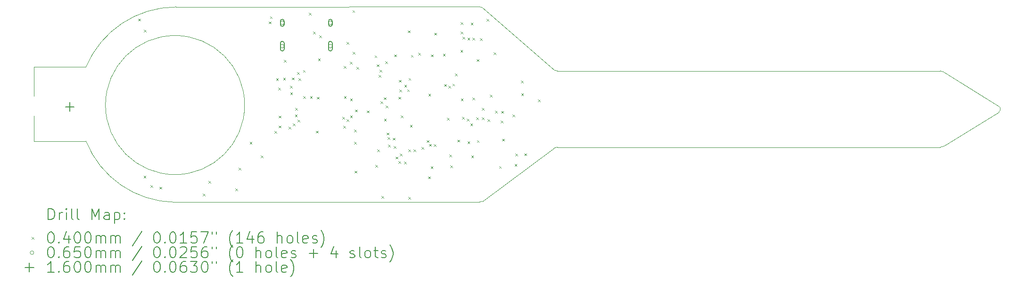
<source format=gbr>
%TF.GenerationSoftware,KiCad,Pcbnew,7.0.5*%
%TF.CreationDate,2023-06-02T10:04:05+02:00*%
%TF.ProjectId,esp32_soil_moisture_sensor,65737033-325f-4736-9f69-6c5f6d6f6973,5.3*%
%TF.SameCoordinates,Original*%
%TF.FileFunction,Drillmap*%
%TF.FilePolarity,Positive*%
%FSLAX45Y45*%
G04 Gerber Fmt 4.5, Leading zero omitted, Abs format (unit mm)*
G04 Created by KiCad (PCBNEW 7.0.5) date 2023-06-02 10:04:05*
%MOMM*%
%LPD*%
G01*
G04 APERTURE LIST*
%ADD10C,0.050000*%
%ADD11C,0.100000*%
%ADD12C,0.200000*%
%ADD13C,0.040000*%
%ADD14C,0.065000*%
%ADD15C,0.160000*%
G04 APERTURE END LIST*
D10*
X7850000Y-12059000D02*
X13325000Y-12055000D01*
X6262000Y-10962000D02*
G75*
G03*
X7850000Y-12059000I1618805J645475D01*
G01*
X13325000Y-12055001D02*
G75*
G03*
X13379000Y-12044000I2080J127821D01*
G01*
X21669710Y-9717302D02*
X22656500Y-10333000D01*
X5329000Y-10962000D02*
X5328000Y-10503000D01*
X8613000Y-8548000D02*
X7878000Y-8549000D01*
D11*
X7878000Y-8549000D02*
G75*
G03*
X6262000Y-9626000I3032J-1755424D01*
G01*
D10*
X8613000Y-8548000D02*
X13323000Y-8546000D01*
X21669711Y-9717300D02*
G75*
G03*
X21601621Y-9698000I-67311J-107710D01*
G01*
X5329000Y-9626000D02*
X6262000Y-9626000D01*
X14725982Y-11069377D02*
X21601620Y-11069600D01*
X21601621Y-11069600D02*
G75*
G03*
X21669710Y-11050298I779J127000D01*
G01*
X22656500Y-10434600D02*
G75*
G03*
X22656500Y-10333000I-38060J50800D01*
G01*
X13379000Y-12044000D02*
X14674402Y-11080323D01*
X21669710Y-11050298D02*
X22656500Y-10434600D01*
X5328000Y-10153000D02*
X5329000Y-9626000D01*
X14674403Y-9686829D02*
G75*
G03*
X14725982Y-9697777I51577J116019D01*
G01*
X14725982Y-11069377D02*
G75*
G03*
X14674402Y-11080323I8J-127033D01*
G01*
X14725982Y-9697777D02*
X21601620Y-9698000D01*
X6262000Y-10962000D02*
X5329000Y-10962000D01*
X13374580Y-8556946D02*
X14674402Y-9686831D01*
X9111000Y-10312000D02*
G75*
G03*
X9111000Y-10312000I-1250000J0D01*
G01*
X13374580Y-8556947D02*
G75*
G03*
X13323000Y-8546000I-51580J-116043D01*
G01*
D12*
D13*
X7196000Y-8760000D02*
X7236000Y-8800000D01*
X7236000Y-8760000D02*
X7196000Y-8800000D01*
X7296000Y-11583550D02*
X7336000Y-11623550D01*
X7336000Y-11583550D02*
X7296000Y-11623550D01*
X7298000Y-8959000D02*
X7338000Y-8999000D01*
X7338000Y-8959000D02*
X7298000Y-8999000D01*
X7419000Y-11750550D02*
X7459000Y-11790550D01*
X7459000Y-11750550D02*
X7419000Y-11790550D01*
X7577000Y-11781000D02*
X7617000Y-11821000D01*
X7617000Y-11781000D02*
X7577000Y-11821000D01*
X8360102Y-11906652D02*
X8400102Y-11946652D01*
X8400102Y-11906652D02*
X8360102Y-11946652D01*
X8459000Y-11674000D02*
X8499000Y-11714000D01*
X8499000Y-11674000D02*
X8459000Y-11714000D01*
X8945000Y-11812000D02*
X8985000Y-11852000D01*
X8985000Y-11812000D02*
X8945000Y-11852000D01*
X9003000Y-11436000D02*
X9043000Y-11476000D01*
X9043000Y-11436000D02*
X9003000Y-11476000D01*
X9202000Y-10974000D02*
X9242000Y-11014000D01*
X9242000Y-10974000D02*
X9202000Y-11014000D01*
X9399000Y-11216000D02*
X9439000Y-11256000D01*
X9439000Y-11216000D02*
X9399000Y-11256000D01*
X9546550Y-8810000D02*
X9586550Y-8850000D01*
X9586550Y-8810000D02*
X9546550Y-8850000D01*
X9566500Y-8717500D02*
X9606500Y-8757500D01*
X9606500Y-8717500D02*
X9566500Y-8757500D01*
X9645000Y-10779000D02*
X9685000Y-10819000D01*
X9685000Y-10779000D02*
X9645000Y-10819000D01*
X9675000Y-9830000D02*
X9715000Y-9870000D01*
X9715000Y-9830000D02*
X9675000Y-9870000D01*
X9713000Y-9998000D02*
X9753000Y-10038000D01*
X9753000Y-9998000D02*
X9713000Y-10038000D01*
X9720000Y-10504000D02*
X9760000Y-10544000D01*
X9760000Y-10504000D02*
X9720000Y-10544000D01*
X9720000Y-10681000D02*
X9760000Y-10721000D01*
X9760000Y-10681000D02*
X9720000Y-10721000D01*
X9803522Y-9819000D02*
X9843522Y-9859000D01*
X9843522Y-9819000D02*
X9803522Y-9859000D01*
X9817000Y-9500000D02*
X9857000Y-9540000D01*
X9857000Y-9500000D02*
X9817000Y-9540000D01*
X9901000Y-10700000D02*
X9941000Y-10740000D01*
X9941000Y-10700000D02*
X9901000Y-10740000D01*
X9925000Y-9963000D02*
X9965000Y-10003000D01*
X9965000Y-9963000D02*
X9925000Y-10003000D01*
X9929000Y-10084000D02*
X9969000Y-10124000D01*
X9969000Y-10084000D02*
X9929000Y-10124000D01*
X9962000Y-9817000D02*
X10002000Y-9857000D01*
X10002000Y-9817000D02*
X9962000Y-9857000D01*
X9976501Y-10640550D02*
X10016501Y-10680550D01*
X10016501Y-10640550D02*
X9976501Y-10680550D01*
X10014000Y-10482000D02*
X10054000Y-10522000D01*
X10054000Y-10482000D02*
X10014000Y-10522000D01*
X10017000Y-10365000D02*
X10057000Y-10405000D01*
X10057000Y-10365000D02*
X10017000Y-10405000D01*
X10055000Y-9717000D02*
X10095000Y-9757000D01*
X10095000Y-9717000D02*
X10055000Y-9757000D01*
X10060000Y-10575000D02*
X10100000Y-10615000D01*
X10100000Y-10575000D02*
X10060000Y-10615000D01*
X10077000Y-9829000D02*
X10117000Y-9869000D01*
X10117000Y-9829000D02*
X10077000Y-9869000D01*
X10159000Y-9681000D02*
X10199000Y-9721000D01*
X10199000Y-9681000D02*
X10159000Y-9721000D01*
X10161000Y-10153000D02*
X10201000Y-10193000D01*
X10201000Y-10153000D02*
X10161000Y-10193000D01*
X10266000Y-8653000D02*
X10306000Y-8693000D01*
X10306000Y-8653000D02*
X10266000Y-8693000D01*
X10284000Y-10153000D02*
X10324000Y-10193000D01*
X10324000Y-10153000D02*
X10284000Y-10193000D01*
X10342000Y-8992000D02*
X10382000Y-9032000D01*
X10382000Y-8992000D02*
X10342000Y-9032000D01*
X10390000Y-10773000D02*
X10430000Y-10813000D01*
X10430000Y-10773000D02*
X10390000Y-10813000D01*
X10410500Y-10164500D02*
X10450500Y-10204500D01*
X10450500Y-10164500D02*
X10410500Y-10204500D01*
X10429000Y-9477041D02*
X10469000Y-9517041D01*
X10469000Y-9477041D02*
X10429000Y-9517041D01*
X10453000Y-9059450D02*
X10493000Y-9099450D01*
X10493000Y-9059450D02*
X10453000Y-9099450D01*
X10867005Y-10521534D02*
X10907005Y-10561534D01*
X10907005Y-10521534D02*
X10867005Y-10561534D01*
X10883000Y-10685000D02*
X10923000Y-10725000D01*
X10923000Y-10685000D02*
X10883000Y-10725000D01*
X10891000Y-9611000D02*
X10931000Y-9651000D01*
X10931000Y-9611000D02*
X10891000Y-9651000D01*
X10893775Y-10150775D02*
X10933775Y-10190775D01*
X10933775Y-10150775D02*
X10893775Y-10190775D01*
X10939000Y-10565550D02*
X10979000Y-10605550D01*
X10979000Y-10565550D02*
X10939000Y-10605550D01*
X10943000Y-9177000D02*
X10983000Y-9217000D01*
X10983000Y-9177000D02*
X10943000Y-9217000D01*
X11000000Y-9535000D02*
X11040000Y-9575000D01*
X11040000Y-9535000D02*
X11000000Y-9575000D01*
X11004136Y-10498653D02*
X11044136Y-10538653D01*
X11044136Y-10498653D02*
X11004136Y-10538653D01*
X11004245Y-10195755D02*
X11044245Y-10235755D01*
X11044245Y-10195755D02*
X11004245Y-10235755D01*
X11046000Y-8606000D02*
X11086000Y-8646000D01*
X11086000Y-8606000D02*
X11046000Y-8646000D01*
X11049500Y-9357000D02*
X11089500Y-9397000D01*
X11089500Y-9357000D02*
X11049500Y-9397000D01*
X11077000Y-10752000D02*
X11117000Y-10792000D01*
X11117000Y-10752000D02*
X11077000Y-10792000D01*
X11078000Y-10970000D02*
X11118000Y-11010000D01*
X11118000Y-10970000D02*
X11078000Y-11010000D01*
X11087000Y-11494000D02*
X11127000Y-11534000D01*
X11127000Y-11494000D02*
X11087000Y-11534000D01*
X11093000Y-10393000D02*
X11133000Y-10433000D01*
X11133000Y-10393000D02*
X11093000Y-10433000D01*
X11116912Y-9629335D02*
X11156912Y-9669335D01*
X11156912Y-9629335D02*
X11116912Y-9669335D01*
X11303000Y-10409000D02*
X11343000Y-10449000D01*
X11343000Y-10409000D02*
X11303000Y-10449000D01*
X11444000Y-9420000D02*
X11484000Y-9460000D01*
X11484000Y-9420000D02*
X11444000Y-9460000D01*
X11460450Y-11389159D02*
X11500450Y-11429159D01*
X11500450Y-11389159D02*
X11460450Y-11429159D01*
X11485990Y-9580990D02*
X11525990Y-9620990D01*
X11525990Y-9580990D02*
X11485990Y-9620990D01*
X11491000Y-11108000D02*
X11531000Y-11148000D01*
X11531000Y-11108000D02*
X11491000Y-11148000D01*
X11517975Y-9769975D02*
X11557975Y-9809975D01*
X11557975Y-9769975D02*
X11517975Y-9809975D01*
X11533000Y-9675000D02*
X11573000Y-9715000D01*
X11573000Y-9675000D02*
X11533000Y-9715000D01*
X11549602Y-10242377D02*
X11589602Y-10282377D01*
X11589602Y-10242377D02*
X11549602Y-10282377D01*
X11567000Y-11945000D02*
X11607000Y-11985000D01*
X11607000Y-11945000D02*
X11567000Y-11985000D01*
X11608550Y-10172000D02*
X11648550Y-10212000D01*
X11648550Y-10172000D02*
X11608550Y-10212000D01*
X11613995Y-10560985D02*
X11653995Y-10600985D01*
X11653995Y-10560985D02*
X11613995Y-10600985D01*
X11633000Y-9523000D02*
X11673000Y-9563000D01*
X11673000Y-9523000D02*
X11633000Y-9563000D01*
X11646602Y-10321377D02*
X11686602Y-10361377D01*
X11686602Y-10321377D02*
X11646602Y-10361377D01*
X11662000Y-10807000D02*
X11702000Y-10847000D01*
X11702000Y-10807000D02*
X11662000Y-10847000D01*
X11680000Y-10887927D02*
X11720000Y-10927927D01*
X11720000Y-10887927D02*
X11680000Y-10927927D01*
X11683860Y-11022602D02*
X11723860Y-11062602D01*
X11723860Y-11022602D02*
X11683860Y-11062602D01*
X11769000Y-10902000D02*
X11809000Y-10942000D01*
X11809000Y-10902000D02*
X11769000Y-10942000D01*
X11787811Y-11049913D02*
X11827811Y-11089913D01*
X11827811Y-11049913D02*
X11787811Y-11089913D01*
X11794000Y-9402000D02*
X11834000Y-9442000D01*
X11834000Y-9402000D02*
X11794000Y-9442000D01*
X11819058Y-11239058D02*
X11859058Y-11279058D01*
X11859058Y-11239058D02*
X11819058Y-11279058D01*
X11869602Y-10163377D02*
X11909602Y-10203377D01*
X11909602Y-10163377D02*
X11869602Y-10203377D01*
X11871450Y-11319450D02*
X11911450Y-11359450D01*
X11911450Y-11319450D02*
X11871450Y-11359450D01*
X11881491Y-9860550D02*
X11921491Y-9900550D01*
X11921491Y-9860550D02*
X11881491Y-9900550D01*
X11890000Y-10034000D02*
X11930000Y-10074000D01*
X11930000Y-10034000D02*
X11890000Y-10074000D01*
X11898550Y-11185000D02*
X11938550Y-11225000D01*
X11938550Y-11185000D02*
X11898550Y-11225000D01*
X11914000Y-10498000D02*
X11954000Y-10538000D01*
X11954000Y-10498000D02*
X11914000Y-10538000D01*
X11974275Y-11326275D02*
X12014275Y-11366275D01*
X12014275Y-11326275D02*
X11974275Y-11366275D01*
X11979123Y-9946877D02*
X12019123Y-9986877D01*
X12019123Y-9946877D02*
X11979123Y-9986877D01*
X12029220Y-10029780D02*
X12069220Y-10069780D01*
X12069220Y-10029780D02*
X12029220Y-10069780D01*
X12039000Y-8970000D02*
X12079000Y-9010000D01*
X12079000Y-8970000D02*
X12039000Y-9010000D01*
X12048450Y-11108000D02*
X12088450Y-11148000D01*
X12088450Y-11108000D02*
X12048450Y-11148000D01*
X12053000Y-11966000D02*
X12093000Y-12006000D01*
X12093000Y-11966000D02*
X12053000Y-12006000D01*
X12054111Y-9826889D02*
X12094111Y-9866889D01*
X12094111Y-9826889D02*
X12054111Y-9866889D01*
X12079000Y-10666000D02*
X12119000Y-10706000D01*
X12119000Y-10666000D02*
X12079000Y-10706000D01*
X12098000Y-9412000D02*
X12138000Y-9452000D01*
X12138000Y-9412000D02*
X12098000Y-9452000D01*
X12141000Y-11106000D02*
X12181000Y-11146000D01*
X12181000Y-11106000D02*
X12141000Y-11146000D01*
X12231000Y-9373000D02*
X12271000Y-9413000D01*
X12271000Y-9373000D02*
X12231000Y-9413000D01*
X12286128Y-11064872D02*
X12326128Y-11104872D01*
X12326128Y-11064872D02*
X12286128Y-11104872D01*
X12380790Y-10942886D02*
X12420790Y-10982886D01*
X12420790Y-10942886D02*
X12380790Y-10982886D01*
X12408000Y-11595000D02*
X12448000Y-11635000D01*
X12448000Y-11595000D02*
X12408000Y-11635000D01*
X12411000Y-10107000D02*
X12451000Y-10147000D01*
X12451000Y-10107000D02*
X12411000Y-10147000D01*
X12421878Y-11011470D02*
X12461878Y-11051470D01*
X12461878Y-11011470D02*
X12421878Y-11051470D01*
X12451550Y-11410450D02*
X12491550Y-11450450D01*
X12491550Y-11410450D02*
X12451550Y-11450450D01*
X12455000Y-9403000D02*
X12495000Y-9443000D01*
X12495000Y-9403000D02*
X12455000Y-9443000D01*
X12509000Y-11017000D02*
X12549000Y-11057000D01*
X12549000Y-11017000D02*
X12509000Y-11057000D01*
X12514000Y-9013000D02*
X12554000Y-9053000D01*
X12554000Y-9013000D02*
X12514000Y-9053000D01*
X12672000Y-9391000D02*
X12712000Y-9431000D01*
X12712000Y-9391000D02*
X12672000Y-9431000D01*
X12692000Y-9936000D02*
X12732000Y-9976000D01*
X12732000Y-9936000D02*
X12692000Y-9976000D01*
X12744000Y-10539000D02*
X12784000Y-10579000D01*
X12784000Y-10539000D02*
X12744000Y-10579000D01*
X12772000Y-9967000D02*
X12812000Y-10007000D01*
X12812000Y-9967000D02*
X12772000Y-10007000D01*
X12784000Y-11200000D02*
X12824000Y-11240000D01*
X12824000Y-11200000D02*
X12784000Y-11240000D01*
X12803000Y-11394000D02*
X12843000Y-11434000D01*
X12843000Y-11394000D02*
X12803000Y-11434000D01*
X12841936Y-9928258D02*
X12881936Y-9968258D01*
X12881936Y-9928258D02*
X12841936Y-9968258D01*
X12890000Y-9743000D02*
X12930000Y-9783000D01*
X12930000Y-9743000D02*
X12890000Y-9783000D01*
X12933000Y-10934000D02*
X12973000Y-10974000D01*
X12973000Y-10934000D02*
X12933000Y-10974000D01*
X12986602Y-9322377D02*
X13026602Y-9362377D01*
X13026602Y-9322377D02*
X12986602Y-9362377D01*
X12988000Y-8991000D02*
X13028000Y-9031000D01*
X13028000Y-8991000D02*
X12988000Y-9031000D01*
X12992000Y-8825000D02*
X13032000Y-8865000D01*
X13032000Y-8825000D02*
X12992000Y-8865000D01*
X12994000Y-10192000D02*
X13034000Y-10232000D01*
X13034000Y-10192000D02*
X12994000Y-10232000D01*
X13014000Y-10526000D02*
X13054000Y-10566000D01*
X13054000Y-10526000D02*
X13014000Y-10566000D01*
X13022000Y-9083000D02*
X13062000Y-9123000D01*
X13062000Y-9083000D02*
X13022000Y-9123000D01*
X13102000Y-10557000D02*
X13142000Y-10597000D01*
X13142000Y-10557000D02*
X13102000Y-10597000D01*
X13112000Y-9100000D02*
X13152000Y-9140000D01*
X13152000Y-9100000D02*
X13112000Y-9140000D01*
X13114000Y-10964000D02*
X13154000Y-11004000D01*
X13154000Y-10964000D02*
X13114000Y-11004000D01*
X13163000Y-10644000D02*
X13203000Y-10684000D01*
X13203000Y-10644000D02*
X13163000Y-10684000D01*
X13173000Y-8833000D02*
X13213000Y-8873000D01*
X13213000Y-8833000D02*
X13173000Y-8873000D01*
X13181000Y-11216950D02*
X13221000Y-11256950D01*
X13221000Y-11216950D02*
X13181000Y-11256950D01*
X13201000Y-9100000D02*
X13241000Y-9140000D01*
X13241000Y-9100000D02*
X13201000Y-9140000D01*
X13204000Y-10175000D02*
X13244000Y-10215000D01*
X13244000Y-10175000D02*
X13204000Y-10215000D01*
X13271000Y-10530000D02*
X13311000Y-10570000D01*
X13311000Y-10530000D02*
X13271000Y-10570000D01*
X13278995Y-9486985D02*
X13318995Y-9526985D01*
X13318995Y-9486985D02*
X13278995Y-9526985D01*
X13283000Y-10944000D02*
X13323000Y-10984000D01*
X13323000Y-10944000D02*
X13283000Y-10984000D01*
X13338000Y-9111000D02*
X13378000Y-9151000D01*
X13378000Y-9111000D02*
X13338000Y-9151000D01*
X13370000Y-10535000D02*
X13410000Y-10575000D01*
X13410000Y-10535000D02*
X13370000Y-10575000D01*
X13371602Y-10363377D02*
X13411602Y-10403377D01*
X13411602Y-10363377D02*
X13371602Y-10403377D01*
X13457000Y-8765000D02*
X13497000Y-8805000D01*
X13497000Y-8765000D02*
X13457000Y-8805000D01*
X13470000Y-10569000D02*
X13510000Y-10609000D01*
X13510000Y-10569000D02*
X13470000Y-10609000D01*
X13515000Y-10128000D02*
X13555000Y-10168000D01*
X13555000Y-10128000D02*
X13515000Y-10168000D01*
X13584000Y-9364985D02*
X13624000Y-9404985D01*
X13624000Y-9364985D02*
X13584000Y-9404985D01*
X13607000Y-10415000D02*
X13647000Y-10455000D01*
X13647000Y-10415000D02*
X13607000Y-10455000D01*
X13680000Y-11410000D02*
X13720000Y-11450000D01*
X13720000Y-11410000D02*
X13680000Y-11450000D01*
X13712000Y-10589000D02*
X13752000Y-10629000D01*
X13752000Y-10589000D02*
X13712000Y-10629000D01*
X13718000Y-10419000D02*
X13758000Y-10459000D01*
X13758000Y-10419000D02*
X13718000Y-10459000D01*
X13734000Y-10919000D02*
X13774000Y-10959000D01*
X13774000Y-10919000D02*
X13734000Y-10959000D01*
X13920000Y-10482000D02*
X13960000Y-10522000D01*
X13960000Y-10482000D02*
X13920000Y-10522000D01*
X13959602Y-11372377D02*
X13999602Y-11412377D01*
X13999602Y-11372377D02*
X13959602Y-11412377D01*
X13973495Y-11186485D02*
X14013495Y-11226485D01*
X14013495Y-11186485D02*
X13973495Y-11226485D01*
X14075000Y-9870000D02*
X14115000Y-9910000D01*
X14115000Y-9870000D02*
X14075000Y-9910000D01*
X14078000Y-10100000D02*
X14118000Y-10140000D01*
X14118000Y-10100000D02*
X14078000Y-10140000D01*
X14131000Y-11180000D02*
X14171000Y-11220000D01*
X14171000Y-11180000D02*
X14131000Y-11220000D01*
X14378602Y-10211377D02*
X14418602Y-10251377D01*
X14418602Y-10211377D02*
X14378602Y-10251377D01*
D14*
X9818500Y-8834000D02*
G75*
G03*
X9818500Y-8834000I-32500J0D01*
G01*
D12*
X9818500Y-8864000D02*
X9818500Y-8804000D01*
X9818500Y-8804000D02*
G75*
G03*
X9753500Y-8804000I-32500J0D01*
G01*
X9753500Y-8804000D02*
X9753500Y-8864000D01*
X9753500Y-8864000D02*
G75*
G03*
X9818500Y-8864000I32500J0D01*
G01*
D14*
X9818500Y-9252000D02*
G75*
G03*
X9818500Y-9252000I-32500J0D01*
G01*
D12*
X9818500Y-9307000D02*
X9818500Y-9197000D01*
X9818500Y-9197000D02*
G75*
G03*
X9753500Y-9197000I-32500J0D01*
G01*
X9753500Y-9197000D02*
X9753500Y-9307000D01*
X9753500Y-9307000D02*
G75*
G03*
X9818500Y-9307000I32500J0D01*
G01*
D14*
X10682500Y-8834000D02*
G75*
G03*
X10682500Y-8834000I-32500J0D01*
G01*
D12*
X10682500Y-8864000D02*
X10682500Y-8804000D01*
X10682500Y-8804000D02*
G75*
G03*
X10617500Y-8804000I-32500J0D01*
G01*
X10617500Y-8804000D02*
X10617500Y-8864000D01*
X10617500Y-8864000D02*
G75*
G03*
X10682500Y-8864000I32500J0D01*
G01*
D14*
X10682500Y-9252000D02*
G75*
G03*
X10682500Y-9252000I-32500J0D01*
G01*
D12*
X10682500Y-9307000D02*
X10682500Y-9197000D01*
X10682500Y-9197000D02*
G75*
G03*
X10617500Y-9197000I-32500J0D01*
G01*
X10617500Y-9197000D02*
X10617500Y-9307000D01*
X10617500Y-9307000D02*
G75*
G03*
X10682500Y-9307000I32500J0D01*
G01*
D15*
X5970000Y-10262000D02*
X5970000Y-10422000D01*
X5890000Y-10342000D02*
X6050000Y-10342000D01*
D12*
X5583777Y-12372984D02*
X5583777Y-12172984D01*
X5583777Y-12172984D02*
X5631396Y-12172984D01*
X5631396Y-12172984D02*
X5659967Y-12182508D01*
X5659967Y-12182508D02*
X5679015Y-12201555D01*
X5679015Y-12201555D02*
X5688539Y-12220603D01*
X5688539Y-12220603D02*
X5698062Y-12258698D01*
X5698062Y-12258698D02*
X5698062Y-12287269D01*
X5698062Y-12287269D02*
X5688539Y-12325365D01*
X5688539Y-12325365D02*
X5679015Y-12344412D01*
X5679015Y-12344412D02*
X5659967Y-12363460D01*
X5659967Y-12363460D02*
X5631396Y-12372984D01*
X5631396Y-12372984D02*
X5583777Y-12372984D01*
X5783777Y-12372984D02*
X5783777Y-12239650D01*
X5783777Y-12277746D02*
X5793301Y-12258698D01*
X5793301Y-12258698D02*
X5802824Y-12249174D01*
X5802824Y-12249174D02*
X5821872Y-12239650D01*
X5821872Y-12239650D02*
X5840920Y-12239650D01*
X5907586Y-12372984D02*
X5907586Y-12239650D01*
X5907586Y-12172984D02*
X5898062Y-12182508D01*
X5898062Y-12182508D02*
X5907586Y-12192031D01*
X5907586Y-12192031D02*
X5917110Y-12182508D01*
X5917110Y-12182508D02*
X5907586Y-12172984D01*
X5907586Y-12172984D02*
X5907586Y-12192031D01*
X6031396Y-12372984D02*
X6012348Y-12363460D01*
X6012348Y-12363460D02*
X6002824Y-12344412D01*
X6002824Y-12344412D02*
X6002824Y-12172984D01*
X6136158Y-12372984D02*
X6117110Y-12363460D01*
X6117110Y-12363460D02*
X6107586Y-12344412D01*
X6107586Y-12344412D02*
X6107586Y-12172984D01*
X6364729Y-12372984D02*
X6364729Y-12172984D01*
X6364729Y-12172984D02*
X6431396Y-12315841D01*
X6431396Y-12315841D02*
X6498062Y-12172984D01*
X6498062Y-12172984D02*
X6498062Y-12372984D01*
X6679015Y-12372984D02*
X6679015Y-12268222D01*
X6679015Y-12268222D02*
X6669491Y-12249174D01*
X6669491Y-12249174D02*
X6650443Y-12239650D01*
X6650443Y-12239650D02*
X6612348Y-12239650D01*
X6612348Y-12239650D02*
X6593301Y-12249174D01*
X6679015Y-12363460D02*
X6659967Y-12372984D01*
X6659967Y-12372984D02*
X6612348Y-12372984D01*
X6612348Y-12372984D02*
X6593301Y-12363460D01*
X6593301Y-12363460D02*
X6583777Y-12344412D01*
X6583777Y-12344412D02*
X6583777Y-12325365D01*
X6583777Y-12325365D02*
X6593301Y-12306317D01*
X6593301Y-12306317D02*
X6612348Y-12296793D01*
X6612348Y-12296793D02*
X6659967Y-12296793D01*
X6659967Y-12296793D02*
X6679015Y-12287269D01*
X6774253Y-12239650D02*
X6774253Y-12439650D01*
X6774253Y-12249174D02*
X6793301Y-12239650D01*
X6793301Y-12239650D02*
X6831396Y-12239650D01*
X6831396Y-12239650D02*
X6850443Y-12249174D01*
X6850443Y-12249174D02*
X6859967Y-12258698D01*
X6859967Y-12258698D02*
X6869491Y-12277746D01*
X6869491Y-12277746D02*
X6869491Y-12334888D01*
X6869491Y-12334888D02*
X6859967Y-12353936D01*
X6859967Y-12353936D02*
X6850443Y-12363460D01*
X6850443Y-12363460D02*
X6831396Y-12372984D01*
X6831396Y-12372984D02*
X6793301Y-12372984D01*
X6793301Y-12372984D02*
X6774253Y-12363460D01*
X6955205Y-12353936D02*
X6964729Y-12363460D01*
X6964729Y-12363460D02*
X6955205Y-12372984D01*
X6955205Y-12372984D02*
X6945682Y-12363460D01*
X6945682Y-12363460D02*
X6955205Y-12353936D01*
X6955205Y-12353936D02*
X6955205Y-12372984D01*
X6955205Y-12249174D02*
X6964729Y-12258698D01*
X6964729Y-12258698D02*
X6955205Y-12268222D01*
X6955205Y-12268222D02*
X6945682Y-12258698D01*
X6945682Y-12258698D02*
X6955205Y-12249174D01*
X6955205Y-12249174D02*
X6955205Y-12268222D01*
D13*
X5283000Y-12681500D02*
X5323000Y-12721500D01*
X5323000Y-12681500D02*
X5283000Y-12721500D01*
D12*
X5621872Y-12592984D02*
X5640920Y-12592984D01*
X5640920Y-12592984D02*
X5659967Y-12602508D01*
X5659967Y-12602508D02*
X5669491Y-12612031D01*
X5669491Y-12612031D02*
X5679015Y-12631079D01*
X5679015Y-12631079D02*
X5688539Y-12669174D01*
X5688539Y-12669174D02*
X5688539Y-12716793D01*
X5688539Y-12716793D02*
X5679015Y-12754888D01*
X5679015Y-12754888D02*
X5669491Y-12773936D01*
X5669491Y-12773936D02*
X5659967Y-12783460D01*
X5659967Y-12783460D02*
X5640920Y-12792984D01*
X5640920Y-12792984D02*
X5621872Y-12792984D01*
X5621872Y-12792984D02*
X5602824Y-12783460D01*
X5602824Y-12783460D02*
X5593301Y-12773936D01*
X5593301Y-12773936D02*
X5583777Y-12754888D01*
X5583777Y-12754888D02*
X5574253Y-12716793D01*
X5574253Y-12716793D02*
X5574253Y-12669174D01*
X5574253Y-12669174D02*
X5583777Y-12631079D01*
X5583777Y-12631079D02*
X5593301Y-12612031D01*
X5593301Y-12612031D02*
X5602824Y-12602508D01*
X5602824Y-12602508D02*
X5621872Y-12592984D01*
X5774253Y-12773936D02*
X5783777Y-12783460D01*
X5783777Y-12783460D02*
X5774253Y-12792984D01*
X5774253Y-12792984D02*
X5764729Y-12783460D01*
X5764729Y-12783460D02*
X5774253Y-12773936D01*
X5774253Y-12773936D02*
X5774253Y-12792984D01*
X5955205Y-12659650D02*
X5955205Y-12792984D01*
X5907586Y-12583460D02*
X5859967Y-12726317D01*
X5859967Y-12726317D02*
X5983777Y-12726317D01*
X6098062Y-12592984D02*
X6117110Y-12592984D01*
X6117110Y-12592984D02*
X6136158Y-12602508D01*
X6136158Y-12602508D02*
X6145682Y-12612031D01*
X6145682Y-12612031D02*
X6155205Y-12631079D01*
X6155205Y-12631079D02*
X6164729Y-12669174D01*
X6164729Y-12669174D02*
X6164729Y-12716793D01*
X6164729Y-12716793D02*
X6155205Y-12754888D01*
X6155205Y-12754888D02*
X6145682Y-12773936D01*
X6145682Y-12773936D02*
X6136158Y-12783460D01*
X6136158Y-12783460D02*
X6117110Y-12792984D01*
X6117110Y-12792984D02*
X6098062Y-12792984D01*
X6098062Y-12792984D02*
X6079015Y-12783460D01*
X6079015Y-12783460D02*
X6069491Y-12773936D01*
X6069491Y-12773936D02*
X6059967Y-12754888D01*
X6059967Y-12754888D02*
X6050443Y-12716793D01*
X6050443Y-12716793D02*
X6050443Y-12669174D01*
X6050443Y-12669174D02*
X6059967Y-12631079D01*
X6059967Y-12631079D02*
X6069491Y-12612031D01*
X6069491Y-12612031D02*
X6079015Y-12602508D01*
X6079015Y-12602508D02*
X6098062Y-12592984D01*
X6288539Y-12592984D02*
X6307586Y-12592984D01*
X6307586Y-12592984D02*
X6326634Y-12602508D01*
X6326634Y-12602508D02*
X6336158Y-12612031D01*
X6336158Y-12612031D02*
X6345682Y-12631079D01*
X6345682Y-12631079D02*
X6355205Y-12669174D01*
X6355205Y-12669174D02*
X6355205Y-12716793D01*
X6355205Y-12716793D02*
X6345682Y-12754888D01*
X6345682Y-12754888D02*
X6336158Y-12773936D01*
X6336158Y-12773936D02*
X6326634Y-12783460D01*
X6326634Y-12783460D02*
X6307586Y-12792984D01*
X6307586Y-12792984D02*
X6288539Y-12792984D01*
X6288539Y-12792984D02*
X6269491Y-12783460D01*
X6269491Y-12783460D02*
X6259967Y-12773936D01*
X6259967Y-12773936D02*
X6250443Y-12754888D01*
X6250443Y-12754888D02*
X6240920Y-12716793D01*
X6240920Y-12716793D02*
X6240920Y-12669174D01*
X6240920Y-12669174D02*
X6250443Y-12631079D01*
X6250443Y-12631079D02*
X6259967Y-12612031D01*
X6259967Y-12612031D02*
X6269491Y-12602508D01*
X6269491Y-12602508D02*
X6288539Y-12592984D01*
X6440920Y-12792984D02*
X6440920Y-12659650D01*
X6440920Y-12678698D02*
X6450443Y-12669174D01*
X6450443Y-12669174D02*
X6469491Y-12659650D01*
X6469491Y-12659650D02*
X6498063Y-12659650D01*
X6498063Y-12659650D02*
X6517110Y-12669174D01*
X6517110Y-12669174D02*
X6526634Y-12688222D01*
X6526634Y-12688222D02*
X6526634Y-12792984D01*
X6526634Y-12688222D02*
X6536158Y-12669174D01*
X6536158Y-12669174D02*
X6555205Y-12659650D01*
X6555205Y-12659650D02*
X6583777Y-12659650D01*
X6583777Y-12659650D02*
X6602824Y-12669174D01*
X6602824Y-12669174D02*
X6612348Y-12688222D01*
X6612348Y-12688222D02*
X6612348Y-12792984D01*
X6707586Y-12792984D02*
X6707586Y-12659650D01*
X6707586Y-12678698D02*
X6717110Y-12669174D01*
X6717110Y-12669174D02*
X6736158Y-12659650D01*
X6736158Y-12659650D02*
X6764729Y-12659650D01*
X6764729Y-12659650D02*
X6783777Y-12669174D01*
X6783777Y-12669174D02*
X6793301Y-12688222D01*
X6793301Y-12688222D02*
X6793301Y-12792984D01*
X6793301Y-12688222D02*
X6802824Y-12669174D01*
X6802824Y-12669174D02*
X6821872Y-12659650D01*
X6821872Y-12659650D02*
X6850443Y-12659650D01*
X6850443Y-12659650D02*
X6869491Y-12669174D01*
X6869491Y-12669174D02*
X6879015Y-12688222D01*
X6879015Y-12688222D02*
X6879015Y-12792984D01*
X7269491Y-12583460D02*
X7098063Y-12840603D01*
X7526634Y-12592984D02*
X7545682Y-12592984D01*
X7545682Y-12592984D02*
X7564729Y-12602508D01*
X7564729Y-12602508D02*
X7574253Y-12612031D01*
X7574253Y-12612031D02*
X7583777Y-12631079D01*
X7583777Y-12631079D02*
X7593301Y-12669174D01*
X7593301Y-12669174D02*
X7593301Y-12716793D01*
X7593301Y-12716793D02*
X7583777Y-12754888D01*
X7583777Y-12754888D02*
X7574253Y-12773936D01*
X7574253Y-12773936D02*
X7564729Y-12783460D01*
X7564729Y-12783460D02*
X7545682Y-12792984D01*
X7545682Y-12792984D02*
X7526634Y-12792984D01*
X7526634Y-12792984D02*
X7507586Y-12783460D01*
X7507586Y-12783460D02*
X7498063Y-12773936D01*
X7498063Y-12773936D02*
X7488539Y-12754888D01*
X7488539Y-12754888D02*
X7479015Y-12716793D01*
X7479015Y-12716793D02*
X7479015Y-12669174D01*
X7479015Y-12669174D02*
X7488539Y-12631079D01*
X7488539Y-12631079D02*
X7498063Y-12612031D01*
X7498063Y-12612031D02*
X7507586Y-12602508D01*
X7507586Y-12602508D02*
X7526634Y-12592984D01*
X7679015Y-12773936D02*
X7688539Y-12783460D01*
X7688539Y-12783460D02*
X7679015Y-12792984D01*
X7679015Y-12792984D02*
X7669491Y-12783460D01*
X7669491Y-12783460D02*
X7679015Y-12773936D01*
X7679015Y-12773936D02*
X7679015Y-12792984D01*
X7812348Y-12592984D02*
X7831396Y-12592984D01*
X7831396Y-12592984D02*
X7850444Y-12602508D01*
X7850444Y-12602508D02*
X7859967Y-12612031D01*
X7859967Y-12612031D02*
X7869491Y-12631079D01*
X7869491Y-12631079D02*
X7879015Y-12669174D01*
X7879015Y-12669174D02*
X7879015Y-12716793D01*
X7879015Y-12716793D02*
X7869491Y-12754888D01*
X7869491Y-12754888D02*
X7859967Y-12773936D01*
X7859967Y-12773936D02*
X7850444Y-12783460D01*
X7850444Y-12783460D02*
X7831396Y-12792984D01*
X7831396Y-12792984D02*
X7812348Y-12792984D01*
X7812348Y-12792984D02*
X7793301Y-12783460D01*
X7793301Y-12783460D02*
X7783777Y-12773936D01*
X7783777Y-12773936D02*
X7774253Y-12754888D01*
X7774253Y-12754888D02*
X7764729Y-12716793D01*
X7764729Y-12716793D02*
X7764729Y-12669174D01*
X7764729Y-12669174D02*
X7774253Y-12631079D01*
X7774253Y-12631079D02*
X7783777Y-12612031D01*
X7783777Y-12612031D02*
X7793301Y-12602508D01*
X7793301Y-12602508D02*
X7812348Y-12592984D01*
X8069491Y-12792984D02*
X7955206Y-12792984D01*
X8012348Y-12792984D02*
X8012348Y-12592984D01*
X8012348Y-12592984D02*
X7993301Y-12621555D01*
X7993301Y-12621555D02*
X7974253Y-12640603D01*
X7974253Y-12640603D02*
X7955206Y-12650127D01*
X8250444Y-12592984D02*
X8155206Y-12592984D01*
X8155206Y-12592984D02*
X8145682Y-12688222D01*
X8145682Y-12688222D02*
X8155206Y-12678698D01*
X8155206Y-12678698D02*
X8174253Y-12669174D01*
X8174253Y-12669174D02*
X8221872Y-12669174D01*
X8221872Y-12669174D02*
X8240920Y-12678698D01*
X8240920Y-12678698D02*
X8250444Y-12688222D01*
X8250444Y-12688222D02*
X8259967Y-12707269D01*
X8259967Y-12707269D02*
X8259967Y-12754888D01*
X8259967Y-12754888D02*
X8250444Y-12773936D01*
X8250444Y-12773936D02*
X8240920Y-12783460D01*
X8240920Y-12783460D02*
X8221872Y-12792984D01*
X8221872Y-12792984D02*
X8174253Y-12792984D01*
X8174253Y-12792984D02*
X8155206Y-12783460D01*
X8155206Y-12783460D02*
X8145682Y-12773936D01*
X8326634Y-12592984D02*
X8459968Y-12592984D01*
X8459968Y-12592984D02*
X8374253Y-12792984D01*
X8526634Y-12592984D02*
X8526634Y-12631079D01*
X8602825Y-12592984D02*
X8602825Y-12631079D01*
X8898063Y-12869174D02*
X8888539Y-12859650D01*
X8888539Y-12859650D02*
X8869491Y-12831079D01*
X8869491Y-12831079D02*
X8859968Y-12812031D01*
X8859968Y-12812031D02*
X8850444Y-12783460D01*
X8850444Y-12783460D02*
X8840920Y-12735841D01*
X8840920Y-12735841D02*
X8840920Y-12697746D01*
X8840920Y-12697746D02*
X8850444Y-12650127D01*
X8850444Y-12650127D02*
X8859968Y-12621555D01*
X8859968Y-12621555D02*
X8869491Y-12602508D01*
X8869491Y-12602508D02*
X8888539Y-12573936D01*
X8888539Y-12573936D02*
X8898063Y-12564412D01*
X9079015Y-12792984D02*
X8964730Y-12792984D01*
X9021872Y-12792984D02*
X9021872Y-12592984D01*
X9021872Y-12592984D02*
X9002825Y-12621555D01*
X9002825Y-12621555D02*
X8983777Y-12640603D01*
X8983777Y-12640603D02*
X8964730Y-12650127D01*
X9250444Y-12659650D02*
X9250444Y-12792984D01*
X9202825Y-12583460D02*
X9155206Y-12726317D01*
X9155206Y-12726317D02*
X9279015Y-12726317D01*
X9440920Y-12592984D02*
X9402825Y-12592984D01*
X9402825Y-12592984D02*
X9383777Y-12602508D01*
X9383777Y-12602508D02*
X9374253Y-12612031D01*
X9374253Y-12612031D02*
X9355206Y-12640603D01*
X9355206Y-12640603D02*
X9345682Y-12678698D01*
X9345682Y-12678698D02*
X9345682Y-12754888D01*
X9345682Y-12754888D02*
X9355206Y-12773936D01*
X9355206Y-12773936D02*
X9364730Y-12783460D01*
X9364730Y-12783460D02*
X9383777Y-12792984D01*
X9383777Y-12792984D02*
X9421872Y-12792984D01*
X9421872Y-12792984D02*
X9440920Y-12783460D01*
X9440920Y-12783460D02*
X9450444Y-12773936D01*
X9450444Y-12773936D02*
X9459968Y-12754888D01*
X9459968Y-12754888D02*
X9459968Y-12707269D01*
X9459968Y-12707269D02*
X9450444Y-12688222D01*
X9450444Y-12688222D02*
X9440920Y-12678698D01*
X9440920Y-12678698D02*
X9421872Y-12669174D01*
X9421872Y-12669174D02*
X9383777Y-12669174D01*
X9383777Y-12669174D02*
X9364730Y-12678698D01*
X9364730Y-12678698D02*
X9355206Y-12688222D01*
X9355206Y-12688222D02*
X9345682Y-12707269D01*
X9698063Y-12792984D02*
X9698063Y-12592984D01*
X9783777Y-12792984D02*
X9783777Y-12688222D01*
X9783777Y-12688222D02*
X9774253Y-12669174D01*
X9774253Y-12669174D02*
X9755206Y-12659650D01*
X9755206Y-12659650D02*
X9726634Y-12659650D01*
X9726634Y-12659650D02*
X9707587Y-12669174D01*
X9707587Y-12669174D02*
X9698063Y-12678698D01*
X9907587Y-12792984D02*
X9888539Y-12783460D01*
X9888539Y-12783460D02*
X9879015Y-12773936D01*
X9879015Y-12773936D02*
X9869492Y-12754888D01*
X9869492Y-12754888D02*
X9869492Y-12697746D01*
X9869492Y-12697746D02*
X9879015Y-12678698D01*
X9879015Y-12678698D02*
X9888539Y-12669174D01*
X9888539Y-12669174D02*
X9907587Y-12659650D01*
X9907587Y-12659650D02*
X9936158Y-12659650D01*
X9936158Y-12659650D02*
X9955206Y-12669174D01*
X9955206Y-12669174D02*
X9964730Y-12678698D01*
X9964730Y-12678698D02*
X9974253Y-12697746D01*
X9974253Y-12697746D02*
X9974253Y-12754888D01*
X9974253Y-12754888D02*
X9964730Y-12773936D01*
X9964730Y-12773936D02*
X9955206Y-12783460D01*
X9955206Y-12783460D02*
X9936158Y-12792984D01*
X9936158Y-12792984D02*
X9907587Y-12792984D01*
X10088539Y-12792984D02*
X10069492Y-12783460D01*
X10069492Y-12783460D02*
X10059968Y-12764412D01*
X10059968Y-12764412D02*
X10059968Y-12592984D01*
X10240920Y-12783460D02*
X10221873Y-12792984D01*
X10221873Y-12792984D02*
X10183777Y-12792984D01*
X10183777Y-12792984D02*
X10164730Y-12783460D01*
X10164730Y-12783460D02*
X10155206Y-12764412D01*
X10155206Y-12764412D02*
X10155206Y-12688222D01*
X10155206Y-12688222D02*
X10164730Y-12669174D01*
X10164730Y-12669174D02*
X10183777Y-12659650D01*
X10183777Y-12659650D02*
X10221873Y-12659650D01*
X10221873Y-12659650D02*
X10240920Y-12669174D01*
X10240920Y-12669174D02*
X10250444Y-12688222D01*
X10250444Y-12688222D02*
X10250444Y-12707269D01*
X10250444Y-12707269D02*
X10155206Y-12726317D01*
X10326634Y-12783460D02*
X10345682Y-12792984D01*
X10345682Y-12792984D02*
X10383777Y-12792984D01*
X10383777Y-12792984D02*
X10402825Y-12783460D01*
X10402825Y-12783460D02*
X10412349Y-12764412D01*
X10412349Y-12764412D02*
X10412349Y-12754888D01*
X10412349Y-12754888D02*
X10402825Y-12735841D01*
X10402825Y-12735841D02*
X10383777Y-12726317D01*
X10383777Y-12726317D02*
X10355206Y-12726317D01*
X10355206Y-12726317D02*
X10336158Y-12716793D01*
X10336158Y-12716793D02*
X10326634Y-12697746D01*
X10326634Y-12697746D02*
X10326634Y-12688222D01*
X10326634Y-12688222D02*
X10336158Y-12669174D01*
X10336158Y-12669174D02*
X10355206Y-12659650D01*
X10355206Y-12659650D02*
X10383777Y-12659650D01*
X10383777Y-12659650D02*
X10402825Y-12669174D01*
X10479015Y-12869174D02*
X10488539Y-12859650D01*
X10488539Y-12859650D02*
X10507587Y-12831079D01*
X10507587Y-12831079D02*
X10517111Y-12812031D01*
X10517111Y-12812031D02*
X10526634Y-12783460D01*
X10526634Y-12783460D02*
X10536158Y-12735841D01*
X10536158Y-12735841D02*
X10536158Y-12697746D01*
X10536158Y-12697746D02*
X10526634Y-12650127D01*
X10526634Y-12650127D02*
X10517111Y-12621555D01*
X10517111Y-12621555D02*
X10507587Y-12602508D01*
X10507587Y-12602508D02*
X10488539Y-12573936D01*
X10488539Y-12573936D02*
X10479015Y-12564412D01*
D14*
X5323000Y-12965500D02*
G75*
G03*
X5323000Y-12965500I-32500J0D01*
G01*
D12*
X5621872Y-12856984D02*
X5640920Y-12856984D01*
X5640920Y-12856984D02*
X5659967Y-12866508D01*
X5659967Y-12866508D02*
X5669491Y-12876031D01*
X5669491Y-12876031D02*
X5679015Y-12895079D01*
X5679015Y-12895079D02*
X5688539Y-12933174D01*
X5688539Y-12933174D02*
X5688539Y-12980793D01*
X5688539Y-12980793D02*
X5679015Y-13018888D01*
X5679015Y-13018888D02*
X5669491Y-13037936D01*
X5669491Y-13037936D02*
X5659967Y-13047460D01*
X5659967Y-13047460D02*
X5640920Y-13056984D01*
X5640920Y-13056984D02*
X5621872Y-13056984D01*
X5621872Y-13056984D02*
X5602824Y-13047460D01*
X5602824Y-13047460D02*
X5593301Y-13037936D01*
X5593301Y-13037936D02*
X5583777Y-13018888D01*
X5583777Y-13018888D02*
X5574253Y-12980793D01*
X5574253Y-12980793D02*
X5574253Y-12933174D01*
X5574253Y-12933174D02*
X5583777Y-12895079D01*
X5583777Y-12895079D02*
X5593301Y-12876031D01*
X5593301Y-12876031D02*
X5602824Y-12866508D01*
X5602824Y-12866508D02*
X5621872Y-12856984D01*
X5774253Y-13037936D02*
X5783777Y-13047460D01*
X5783777Y-13047460D02*
X5774253Y-13056984D01*
X5774253Y-13056984D02*
X5764729Y-13047460D01*
X5764729Y-13047460D02*
X5774253Y-13037936D01*
X5774253Y-13037936D02*
X5774253Y-13056984D01*
X5955205Y-12856984D02*
X5917110Y-12856984D01*
X5917110Y-12856984D02*
X5898062Y-12866508D01*
X5898062Y-12866508D02*
X5888539Y-12876031D01*
X5888539Y-12876031D02*
X5869491Y-12904603D01*
X5869491Y-12904603D02*
X5859967Y-12942698D01*
X5859967Y-12942698D02*
X5859967Y-13018888D01*
X5859967Y-13018888D02*
X5869491Y-13037936D01*
X5869491Y-13037936D02*
X5879015Y-13047460D01*
X5879015Y-13047460D02*
X5898062Y-13056984D01*
X5898062Y-13056984D02*
X5936158Y-13056984D01*
X5936158Y-13056984D02*
X5955205Y-13047460D01*
X5955205Y-13047460D02*
X5964729Y-13037936D01*
X5964729Y-13037936D02*
X5974253Y-13018888D01*
X5974253Y-13018888D02*
X5974253Y-12971269D01*
X5974253Y-12971269D02*
X5964729Y-12952222D01*
X5964729Y-12952222D02*
X5955205Y-12942698D01*
X5955205Y-12942698D02*
X5936158Y-12933174D01*
X5936158Y-12933174D02*
X5898062Y-12933174D01*
X5898062Y-12933174D02*
X5879015Y-12942698D01*
X5879015Y-12942698D02*
X5869491Y-12952222D01*
X5869491Y-12952222D02*
X5859967Y-12971269D01*
X6155205Y-12856984D02*
X6059967Y-12856984D01*
X6059967Y-12856984D02*
X6050443Y-12952222D01*
X6050443Y-12952222D02*
X6059967Y-12942698D01*
X6059967Y-12942698D02*
X6079015Y-12933174D01*
X6079015Y-12933174D02*
X6126634Y-12933174D01*
X6126634Y-12933174D02*
X6145682Y-12942698D01*
X6145682Y-12942698D02*
X6155205Y-12952222D01*
X6155205Y-12952222D02*
X6164729Y-12971269D01*
X6164729Y-12971269D02*
X6164729Y-13018888D01*
X6164729Y-13018888D02*
X6155205Y-13037936D01*
X6155205Y-13037936D02*
X6145682Y-13047460D01*
X6145682Y-13047460D02*
X6126634Y-13056984D01*
X6126634Y-13056984D02*
X6079015Y-13056984D01*
X6079015Y-13056984D02*
X6059967Y-13047460D01*
X6059967Y-13047460D02*
X6050443Y-13037936D01*
X6288539Y-12856984D02*
X6307586Y-12856984D01*
X6307586Y-12856984D02*
X6326634Y-12866508D01*
X6326634Y-12866508D02*
X6336158Y-12876031D01*
X6336158Y-12876031D02*
X6345682Y-12895079D01*
X6345682Y-12895079D02*
X6355205Y-12933174D01*
X6355205Y-12933174D02*
X6355205Y-12980793D01*
X6355205Y-12980793D02*
X6345682Y-13018888D01*
X6345682Y-13018888D02*
X6336158Y-13037936D01*
X6336158Y-13037936D02*
X6326634Y-13047460D01*
X6326634Y-13047460D02*
X6307586Y-13056984D01*
X6307586Y-13056984D02*
X6288539Y-13056984D01*
X6288539Y-13056984D02*
X6269491Y-13047460D01*
X6269491Y-13047460D02*
X6259967Y-13037936D01*
X6259967Y-13037936D02*
X6250443Y-13018888D01*
X6250443Y-13018888D02*
X6240920Y-12980793D01*
X6240920Y-12980793D02*
X6240920Y-12933174D01*
X6240920Y-12933174D02*
X6250443Y-12895079D01*
X6250443Y-12895079D02*
X6259967Y-12876031D01*
X6259967Y-12876031D02*
X6269491Y-12866508D01*
X6269491Y-12866508D02*
X6288539Y-12856984D01*
X6440920Y-13056984D02*
X6440920Y-12923650D01*
X6440920Y-12942698D02*
X6450443Y-12933174D01*
X6450443Y-12933174D02*
X6469491Y-12923650D01*
X6469491Y-12923650D02*
X6498063Y-12923650D01*
X6498063Y-12923650D02*
X6517110Y-12933174D01*
X6517110Y-12933174D02*
X6526634Y-12952222D01*
X6526634Y-12952222D02*
X6526634Y-13056984D01*
X6526634Y-12952222D02*
X6536158Y-12933174D01*
X6536158Y-12933174D02*
X6555205Y-12923650D01*
X6555205Y-12923650D02*
X6583777Y-12923650D01*
X6583777Y-12923650D02*
X6602824Y-12933174D01*
X6602824Y-12933174D02*
X6612348Y-12952222D01*
X6612348Y-12952222D02*
X6612348Y-13056984D01*
X6707586Y-13056984D02*
X6707586Y-12923650D01*
X6707586Y-12942698D02*
X6717110Y-12933174D01*
X6717110Y-12933174D02*
X6736158Y-12923650D01*
X6736158Y-12923650D02*
X6764729Y-12923650D01*
X6764729Y-12923650D02*
X6783777Y-12933174D01*
X6783777Y-12933174D02*
X6793301Y-12952222D01*
X6793301Y-12952222D02*
X6793301Y-13056984D01*
X6793301Y-12952222D02*
X6802824Y-12933174D01*
X6802824Y-12933174D02*
X6821872Y-12923650D01*
X6821872Y-12923650D02*
X6850443Y-12923650D01*
X6850443Y-12923650D02*
X6869491Y-12933174D01*
X6869491Y-12933174D02*
X6879015Y-12952222D01*
X6879015Y-12952222D02*
X6879015Y-13056984D01*
X7269491Y-12847460D02*
X7098063Y-13104603D01*
X7526634Y-12856984D02*
X7545682Y-12856984D01*
X7545682Y-12856984D02*
X7564729Y-12866508D01*
X7564729Y-12866508D02*
X7574253Y-12876031D01*
X7574253Y-12876031D02*
X7583777Y-12895079D01*
X7583777Y-12895079D02*
X7593301Y-12933174D01*
X7593301Y-12933174D02*
X7593301Y-12980793D01*
X7593301Y-12980793D02*
X7583777Y-13018888D01*
X7583777Y-13018888D02*
X7574253Y-13037936D01*
X7574253Y-13037936D02*
X7564729Y-13047460D01*
X7564729Y-13047460D02*
X7545682Y-13056984D01*
X7545682Y-13056984D02*
X7526634Y-13056984D01*
X7526634Y-13056984D02*
X7507586Y-13047460D01*
X7507586Y-13047460D02*
X7498063Y-13037936D01*
X7498063Y-13037936D02*
X7488539Y-13018888D01*
X7488539Y-13018888D02*
X7479015Y-12980793D01*
X7479015Y-12980793D02*
X7479015Y-12933174D01*
X7479015Y-12933174D02*
X7488539Y-12895079D01*
X7488539Y-12895079D02*
X7498063Y-12876031D01*
X7498063Y-12876031D02*
X7507586Y-12866508D01*
X7507586Y-12866508D02*
X7526634Y-12856984D01*
X7679015Y-13037936D02*
X7688539Y-13047460D01*
X7688539Y-13047460D02*
X7679015Y-13056984D01*
X7679015Y-13056984D02*
X7669491Y-13047460D01*
X7669491Y-13047460D02*
X7679015Y-13037936D01*
X7679015Y-13037936D02*
X7679015Y-13056984D01*
X7812348Y-12856984D02*
X7831396Y-12856984D01*
X7831396Y-12856984D02*
X7850444Y-12866508D01*
X7850444Y-12866508D02*
X7859967Y-12876031D01*
X7859967Y-12876031D02*
X7869491Y-12895079D01*
X7869491Y-12895079D02*
X7879015Y-12933174D01*
X7879015Y-12933174D02*
X7879015Y-12980793D01*
X7879015Y-12980793D02*
X7869491Y-13018888D01*
X7869491Y-13018888D02*
X7859967Y-13037936D01*
X7859967Y-13037936D02*
X7850444Y-13047460D01*
X7850444Y-13047460D02*
X7831396Y-13056984D01*
X7831396Y-13056984D02*
X7812348Y-13056984D01*
X7812348Y-13056984D02*
X7793301Y-13047460D01*
X7793301Y-13047460D02*
X7783777Y-13037936D01*
X7783777Y-13037936D02*
X7774253Y-13018888D01*
X7774253Y-13018888D02*
X7764729Y-12980793D01*
X7764729Y-12980793D02*
X7764729Y-12933174D01*
X7764729Y-12933174D02*
X7774253Y-12895079D01*
X7774253Y-12895079D02*
X7783777Y-12876031D01*
X7783777Y-12876031D02*
X7793301Y-12866508D01*
X7793301Y-12866508D02*
X7812348Y-12856984D01*
X7955206Y-12876031D02*
X7964729Y-12866508D01*
X7964729Y-12866508D02*
X7983777Y-12856984D01*
X7983777Y-12856984D02*
X8031396Y-12856984D01*
X8031396Y-12856984D02*
X8050444Y-12866508D01*
X8050444Y-12866508D02*
X8059967Y-12876031D01*
X8059967Y-12876031D02*
X8069491Y-12895079D01*
X8069491Y-12895079D02*
X8069491Y-12914127D01*
X8069491Y-12914127D02*
X8059967Y-12942698D01*
X8059967Y-12942698D02*
X7945682Y-13056984D01*
X7945682Y-13056984D02*
X8069491Y-13056984D01*
X8250444Y-12856984D02*
X8155206Y-12856984D01*
X8155206Y-12856984D02*
X8145682Y-12952222D01*
X8145682Y-12952222D02*
X8155206Y-12942698D01*
X8155206Y-12942698D02*
X8174253Y-12933174D01*
X8174253Y-12933174D02*
X8221872Y-12933174D01*
X8221872Y-12933174D02*
X8240920Y-12942698D01*
X8240920Y-12942698D02*
X8250444Y-12952222D01*
X8250444Y-12952222D02*
X8259967Y-12971269D01*
X8259967Y-12971269D02*
X8259967Y-13018888D01*
X8259967Y-13018888D02*
X8250444Y-13037936D01*
X8250444Y-13037936D02*
X8240920Y-13047460D01*
X8240920Y-13047460D02*
X8221872Y-13056984D01*
X8221872Y-13056984D02*
X8174253Y-13056984D01*
X8174253Y-13056984D02*
X8155206Y-13047460D01*
X8155206Y-13047460D02*
X8145682Y-13037936D01*
X8431396Y-12856984D02*
X8393301Y-12856984D01*
X8393301Y-12856984D02*
X8374253Y-12866508D01*
X8374253Y-12866508D02*
X8364729Y-12876031D01*
X8364729Y-12876031D02*
X8345682Y-12904603D01*
X8345682Y-12904603D02*
X8336158Y-12942698D01*
X8336158Y-12942698D02*
X8336158Y-13018888D01*
X8336158Y-13018888D02*
X8345682Y-13037936D01*
X8345682Y-13037936D02*
X8355206Y-13047460D01*
X8355206Y-13047460D02*
X8374253Y-13056984D01*
X8374253Y-13056984D02*
X8412349Y-13056984D01*
X8412349Y-13056984D02*
X8431396Y-13047460D01*
X8431396Y-13047460D02*
X8440920Y-13037936D01*
X8440920Y-13037936D02*
X8450444Y-13018888D01*
X8450444Y-13018888D02*
X8450444Y-12971269D01*
X8450444Y-12971269D02*
X8440920Y-12952222D01*
X8440920Y-12952222D02*
X8431396Y-12942698D01*
X8431396Y-12942698D02*
X8412349Y-12933174D01*
X8412349Y-12933174D02*
X8374253Y-12933174D01*
X8374253Y-12933174D02*
X8355206Y-12942698D01*
X8355206Y-12942698D02*
X8345682Y-12952222D01*
X8345682Y-12952222D02*
X8336158Y-12971269D01*
X8526634Y-12856984D02*
X8526634Y-12895079D01*
X8602825Y-12856984D02*
X8602825Y-12895079D01*
X8898063Y-13133174D02*
X8888539Y-13123650D01*
X8888539Y-13123650D02*
X8869491Y-13095079D01*
X8869491Y-13095079D02*
X8859968Y-13076031D01*
X8859968Y-13076031D02*
X8850444Y-13047460D01*
X8850444Y-13047460D02*
X8840920Y-12999841D01*
X8840920Y-12999841D02*
X8840920Y-12961746D01*
X8840920Y-12961746D02*
X8850444Y-12914127D01*
X8850444Y-12914127D02*
X8859968Y-12885555D01*
X8859968Y-12885555D02*
X8869491Y-12866508D01*
X8869491Y-12866508D02*
X8888539Y-12837936D01*
X8888539Y-12837936D02*
X8898063Y-12828412D01*
X9012349Y-12856984D02*
X9031396Y-12856984D01*
X9031396Y-12856984D02*
X9050444Y-12866508D01*
X9050444Y-12866508D02*
X9059968Y-12876031D01*
X9059968Y-12876031D02*
X9069491Y-12895079D01*
X9069491Y-12895079D02*
X9079015Y-12933174D01*
X9079015Y-12933174D02*
X9079015Y-12980793D01*
X9079015Y-12980793D02*
X9069491Y-13018888D01*
X9069491Y-13018888D02*
X9059968Y-13037936D01*
X9059968Y-13037936D02*
X9050444Y-13047460D01*
X9050444Y-13047460D02*
X9031396Y-13056984D01*
X9031396Y-13056984D02*
X9012349Y-13056984D01*
X9012349Y-13056984D02*
X8993301Y-13047460D01*
X8993301Y-13047460D02*
X8983777Y-13037936D01*
X8983777Y-13037936D02*
X8974253Y-13018888D01*
X8974253Y-13018888D02*
X8964730Y-12980793D01*
X8964730Y-12980793D02*
X8964730Y-12933174D01*
X8964730Y-12933174D02*
X8974253Y-12895079D01*
X8974253Y-12895079D02*
X8983777Y-12876031D01*
X8983777Y-12876031D02*
X8993301Y-12866508D01*
X8993301Y-12866508D02*
X9012349Y-12856984D01*
X9317111Y-13056984D02*
X9317111Y-12856984D01*
X9402825Y-13056984D02*
X9402825Y-12952222D01*
X9402825Y-12952222D02*
X9393301Y-12933174D01*
X9393301Y-12933174D02*
X9374253Y-12923650D01*
X9374253Y-12923650D02*
X9345682Y-12923650D01*
X9345682Y-12923650D02*
X9326634Y-12933174D01*
X9326634Y-12933174D02*
X9317111Y-12942698D01*
X9526634Y-13056984D02*
X9507587Y-13047460D01*
X9507587Y-13047460D02*
X9498063Y-13037936D01*
X9498063Y-13037936D02*
X9488539Y-13018888D01*
X9488539Y-13018888D02*
X9488539Y-12961746D01*
X9488539Y-12961746D02*
X9498063Y-12942698D01*
X9498063Y-12942698D02*
X9507587Y-12933174D01*
X9507587Y-12933174D02*
X9526634Y-12923650D01*
X9526634Y-12923650D02*
X9555206Y-12923650D01*
X9555206Y-12923650D02*
X9574253Y-12933174D01*
X9574253Y-12933174D02*
X9583777Y-12942698D01*
X9583777Y-12942698D02*
X9593301Y-12961746D01*
X9593301Y-12961746D02*
X9593301Y-13018888D01*
X9593301Y-13018888D02*
X9583777Y-13037936D01*
X9583777Y-13037936D02*
X9574253Y-13047460D01*
X9574253Y-13047460D02*
X9555206Y-13056984D01*
X9555206Y-13056984D02*
X9526634Y-13056984D01*
X9707587Y-13056984D02*
X9688539Y-13047460D01*
X9688539Y-13047460D02*
X9679015Y-13028412D01*
X9679015Y-13028412D02*
X9679015Y-12856984D01*
X9859968Y-13047460D02*
X9840920Y-13056984D01*
X9840920Y-13056984D02*
X9802825Y-13056984D01*
X9802825Y-13056984D02*
X9783777Y-13047460D01*
X9783777Y-13047460D02*
X9774253Y-13028412D01*
X9774253Y-13028412D02*
X9774253Y-12952222D01*
X9774253Y-12952222D02*
X9783777Y-12933174D01*
X9783777Y-12933174D02*
X9802825Y-12923650D01*
X9802825Y-12923650D02*
X9840920Y-12923650D01*
X9840920Y-12923650D02*
X9859968Y-12933174D01*
X9859968Y-12933174D02*
X9869492Y-12952222D01*
X9869492Y-12952222D02*
X9869492Y-12971269D01*
X9869492Y-12971269D02*
X9774253Y-12990317D01*
X9945682Y-13047460D02*
X9964730Y-13056984D01*
X9964730Y-13056984D02*
X10002825Y-13056984D01*
X10002825Y-13056984D02*
X10021873Y-13047460D01*
X10021873Y-13047460D02*
X10031396Y-13028412D01*
X10031396Y-13028412D02*
X10031396Y-13018888D01*
X10031396Y-13018888D02*
X10021873Y-12999841D01*
X10021873Y-12999841D02*
X10002825Y-12990317D01*
X10002825Y-12990317D02*
X9974253Y-12990317D01*
X9974253Y-12990317D02*
X9955206Y-12980793D01*
X9955206Y-12980793D02*
X9945682Y-12961746D01*
X9945682Y-12961746D02*
X9945682Y-12952222D01*
X9945682Y-12952222D02*
X9955206Y-12933174D01*
X9955206Y-12933174D02*
X9974253Y-12923650D01*
X9974253Y-12923650D02*
X10002825Y-12923650D01*
X10002825Y-12923650D02*
X10021873Y-12933174D01*
X10269492Y-12980793D02*
X10421873Y-12980793D01*
X10345682Y-13056984D02*
X10345682Y-12904603D01*
X10755206Y-12923650D02*
X10755206Y-13056984D01*
X10707587Y-12847460D02*
X10659968Y-12990317D01*
X10659968Y-12990317D02*
X10783777Y-12990317D01*
X11002825Y-13047460D02*
X11021873Y-13056984D01*
X11021873Y-13056984D02*
X11059968Y-13056984D01*
X11059968Y-13056984D02*
X11079016Y-13047460D01*
X11079016Y-13047460D02*
X11088539Y-13028412D01*
X11088539Y-13028412D02*
X11088539Y-13018888D01*
X11088539Y-13018888D02*
X11079016Y-12999841D01*
X11079016Y-12999841D02*
X11059968Y-12990317D01*
X11059968Y-12990317D02*
X11031396Y-12990317D01*
X11031396Y-12990317D02*
X11012349Y-12980793D01*
X11012349Y-12980793D02*
X11002825Y-12961746D01*
X11002825Y-12961746D02*
X11002825Y-12952222D01*
X11002825Y-12952222D02*
X11012349Y-12933174D01*
X11012349Y-12933174D02*
X11031396Y-12923650D01*
X11031396Y-12923650D02*
X11059968Y-12923650D01*
X11059968Y-12923650D02*
X11079016Y-12933174D01*
X11202825Y-13056984D02*
X11183777Y-13047460D01*
X11183777Y-13047460D02*
X11174254Y-13028412D01*
X11174254Y-13028412D02*
X11174254Y-12856984D01*
X11307587Y-13056984D02*
X11288539Y-13047460D01*
X11288539Y-13047460D02*
X11279015Y-13037936D01*
X11279015Y-13037936D02*
X11269492Y-13018888D01*
X11269492Y-13018888D02*
X11269492Y-12961746D01*
X11269492Y-12961746D02*
X11279015Y-12942698D01*
X11279015Y-12942698D02*
X11288539Y-12933174D01*
X11288539Y-12933174D02*
X11307587Y-12923650D01*
X11307587Y-12923650D02*
X11336158Y-12923650D01*
X11336158Y-12923650D02*
X11355206Y-12933174D01*
X11355206Y-12933174D02*
X11364730Y-12942698D01*
X11364730Y-12942698D02*
X11374254Y-12961746D01*
X11374254Y-12961746D02*
X11374254Y-13018888D01*
X11374254Y-13018888D02*
X11364730Y-13037936D01*
X11364730Y-13037936D02*
X11355206Y-13047460D01*
X11355206Y-13047460D02*
X11336158Y-13056984D01*
X11336158Y-13056984D02*
X11307587Y-13056984D01*
X11431396Y-12923650D02*
X11507587Y-12923650D01*
X11459968Y-12856984D02*
X11459968Y-13028412D01*
X11459968Y-13028412D02*
X11469492Y-13047460D01*
X11469492Y-13047460D02*
X11488539Y-13056984D01*
X11488539Y-13056984D02*
X11507587Y-13056984D01*
X11564730Y-13047460D02*
X11583777Y-13056984D01*
X11583777Y-13056984D02*
X11621873Y-13056984D01*
X11621873Y-13056984D02*
X11640920Y-13047460D01*
X11640920Y-13047460D02*
X11650444Y-13028412D01*
X11650444Y-13028412D02*
X11650444Y-13018888D01*
X11650444Y-13018888D02*
X11640920Y-12999841D01*
X11640920Y-12999841D02*
X11621873Y-12990317D01*
X11621873Y-12990317D02*
X11593301Y-12990317D01*
X11593301Y-12990317D02*
X11574254Y-12980793D01*
X11574254Y-12980793D02*
X11564730Y-12961746D01*
X11564730Y-12961746D02*
X11564730Y-12952222D01*
X11564730Y-12952222D02*
X11574254Y-12933174D01*
X11574254Y-12933174D02*
X11593301Y-12923650D01*
X11593301Y-12923650D02*
X11621873Y-12923650D01*
X11621873Y-12923650D02*
X11640920Y-12933174D01*
X11717111Y-13133174D02*
X11726635Y-13123650D01*
X11726635Y-13123650D02*
X11745682Y-13095079D01*
X11745682Y-13095079D02*
X11755206Y-13076031D01*
X11755206Y-13076031D02*
X11764730Y-13047460D01*
X11764730Y-13047460D02*
X11774254Y-12999841D01*
X11774254Y-12999841D02*
X11774254Y-12961746D01*
X11774254Y-12961746D02*
X11764730Y-12914127D01*
X11764730Y-12914127D02*
X11755206Y-12885555D01*
X11755206Y-12885555D02*
X11745682Y-12866508D01*
X11745682Y-12866508D02*
X11726635Y-12837936D01*
X11726635Y-12837936D02*
X11717111Y-12828412D01*
D15*
X5243000Y-13149500D02*
X5243000Y-13309500D01*
X5163000Y-13229500D02*
X5323000Y-13229500D01*
D12*
X5688539Y-13320984D02*
X5574253Y-13320984D01*
X5631396Y-13320984D02*
X5631396Y-13120984D01*
X5631396Y-13120984D02*
X5612348Y-13149555D01*
X5612348Y-13149555D02*
X5593301Y-13168603D01*
X5593301Y-13168603D02*
X5574253Y-13178127D01*
X5774253Y-13301936D02*
X5783777Y-13311460D01*
X5783777Y-13311460D02*
X5774253Y-13320984D01*
X5774253Y-13320984D02*
X5764729Y-13311460D01*
X5764729Y-13311460D02*
X5774253Y-13301936D01*
X5774253Y-13301936D02*
X5774253Y-13320984D01*
X5955205Y-13120984D02*
X5917110Y-13120984D01*
X5917110Y-13120984D02*
X5898062Y-13130508D01*
X5898062Y-13130508D02*
X5888539Y-13140031D01*
X5888539Y-13140031D02*
X5869491Y-13168603D01*
X5869491Y-13168603D02*
X5859967Y-13206698D01*
X5859967Y-13206698D02*
X5859967Y-13282888D01*
X5859967Y-13282888D02*
X5869491Y-13301936D01*
X5869491Y-13301936D02*
X5879015Y-13311460D01*
X5879015Y-13311460D02*
X5898062Y-13320984D01*
X5898062Y-13320984D02*
X5936158Y-13320984D01*
X5936158Y-13320984D02*
X5955205Y-13311460D01*
X5955205Y-13311460D02*
X5964729Y-13301936D01*
X5964729Y-13301936D02*
X5974253Y-13282888D01*
X5974253Y-13282888D02*
X5974253Y-13235269D01*
X5974253Y-13235269D02*
X5964729Y-13216222D01*
X5964729Y-13216222D02*
X5955205Y-13206698D01*
X5955205Y-13206698D02*
X5936158Y-13197174D01*
X5936158Y-13197174D02*
X5898062Y-13197174D01*
X5898062Y-13197174D02*
X5879015Y-13206698D01*
X5879015Y-13206698D02*
X5869491Y-13216222D01*
X5869491Y-13216222D02*
X5859967Y-13235269D01*
X6098062Y-13120984D02*
X6117110Y-13120984D01*
X6117110Y-13120984D02*
X6136158Y-13130508D01*
X6136158Y-13130508D02*
X6145682Y-13140031D01*
X6145682Y-13140031D02*
X6155205Y-13159079D01*
X6155205Y-13159079D02*
X6164729Y-13197174D01*
X6164729Y-13197174D02*
X6164729Y-13244793D01*
X6164729Y-13244793D02*
X6155205Y-13282888D01*
X6155205Y-13282888D02*
X6145682Y-13301936D01*
X6145682Y-13301936D02*
X6136158Y-13311460D01*
X6136158Y-13311460D02*
X6117110Y-13320984D01*
X6117110Y-13320984D02*
X6098062Y-13320984D01*
X6098062Y-13320984D02*
X6079015Y-13311460D01*
X6079015Y-13311460D02*
X6069491Y-13301936D01*
X6069491Y-13301936D02*
X6059967Y-13282888D01*
X6059967Y-13282888D02*
X6050443Y-13244793D01*
X6050443Y-13244793D02*
X6050443Y-13197174D01*
X6050443Y-13197174D02*
X6059967Y-13159079D01*
X6059967Y-13159079D02*
X6069491Y-13140031D01*
X6069491Y-13140031D02*
X6079015Y-13130508D01*
X6079015Y-13130508D02*
X6098062Y-13120984D01*
X6288539Y-13120984D02*
X6307586Y-13120984D01*
X6307586Y-13120984D02*
X6326634Y-13130508D01*
X6326634Y-13130508D02*
X6336158Y-13140031D01*
X6336158Y-13140031D02*
X6345682Y-13159079D01*
X6345682Y-13159079D02*
X6355205Y-13197174D01*
X6355205Y-13197174D02*
X6355205Y-13244793D01*
X6355205Y-13244793D02*
X6345682Y-13282888D01*
X6345682Y-13282888D02*
X6336158Y-13301936D01*
X6336158Y-13301936D02*
X6326634Y-13311460D01*
X6326634Y-13311460D02*
X6307586Y-13320984D01*
X6307586Y-13320984D02*
X6288539Y-13320984D01*
X6288539Y-13320984D02*
X6269491Y-13311460D01*
X6269491Y-13311460D02*
X6259967Y-13301936D01*
X6259967Y-13301936D02*
X6250443Y-13282888D01*
X6250443Y-13282888D02*
X6240920Y-13244793D01*
X6240920Y-13244793D02*
X6240920Y-13197174D01*
X6240920Y-13197174D02*
X6250443Y-13159079D01*
X6250443Y-13159079D02*
X6259967Y-13140031D01*
X6259967Y-13140031D02*
X6269491Y-13130508D01*
X6269491Y-13130508D02*
X6288539Y-13120984D01*
X6440920Y-13320984D02*
X6440920Y-13187650D01*
X6440920Y-13206698D02*
X6450443Y-13197174D01*
X6450443Y-13197174D02*
X6469491Y-13187650D01*
X6469491Y-13187650D02*
X6498063Y-13187650D01*
X6498063Y-13187650D02*
X6517110Y-13197174D01*
X6517110Y-13197174D02*
X6526634Y-13216222D01*
X6526634Y-13216222D02*
X6526634Y-13320984D01*
X6526634Y-13216222D02*
X6536158Y-13197174D01*
X6536158Y-13197174D02*
X6555205Y-13187650D01*
X6555205Y-13187650D02*
X6583777Y-13187650D01*
X6583777Y-13187650D02*
X6602824Y-13197174D01*
X6602824Y-13197174D02*
X6612348Y-13216222D01*
X6612348Y-13216222D02*
X6612348Y-13320984D01*
X6707586Y-13320984D02*
X6707586Y-13187650D01*
X6707586Y-13206698D02*
X6717110Y-13197174D01*
X6717110Y-13197174D02*
X6736158Y-13187650D01*
X6736158Y-13187650D02*
X6764729Y-13187650D01*
X6764729Y-13187650D02*
X6783777Y-13197174D01*
X6783777Y-13197174D02*
X6793301Y-13216222D01*
X6793301Y-13216222D02*
X6793301Y-13320984D01*
X6793301Y-13216222D02*
X6802824Y-13197174D01*
X6802824Y-13197174D02*
X6821872Y-13187650D01*
X6821872Y-13187650D02*
X6850443Y-13187650D01*
X6850443Y-13187650D02*
X6869491Y-13197174D01*
X6869491Y-13197174D02*
X6879015Y-13216222D01*
X6879015Y-13216222D02*
X6879015Y-13320984D01*
X7269491Y-13111460D02*
X7098063Y-13368603D01*
X7526634Y-13120984D02*
X7545682Y-13120984D01*
X7545682Y-13120984D02*
X7564729Y-13130508D01*
X7564729Y-13130508D02*
X7574253Y-13140031D01*
X7574253Y-13140031D02*
X7583777Y-13159079D01*
X7583777Y-13159079D02*
X7593301Y-13197174D01*
X7593301Y-13197174D02*
X7593301Y-13244793D01*
X7593301Y-13244793D02*
X7583777Y-13282888D01*
X7583777Y-13282888D02*
X7574253Y-13301936D01*
X7574253Y-13301936D02*
X7564729Y-13311460D01*
X7564729Y-13311460D02*
X7545682Y-13320984D01*
X7545682Y-13320984D02*
X7526634Y-13320984D01*
X7526634Y-13320984D02*
X7507586Y-13311460D01*
X7507586Y-13311460D02*
X7498063Y-13301936D01*
X7498063Y-13301936D02*
X7488539Y-13282888D01*
X7488539Y-13282888D02*
X7479015Y-13244793D01*
X7479015Y-13244793D02*
X7479015Y-13197174D01*
X7479015Y-13197174D02*
X7488539Y-13159079D01*
X7488539Y-13159079D02*
X7498063Y-13140031D01*
X7498063Y-13140031D02*
X7507586Y-13130508D01*
X7507586Y-13130508D02*
X7526634Y-13120984D01*
X7679015Y-13301936D02*
X7688539Y-13311460D01*
X7688539Y-13311460D02*
X7679015Y-13320984D01*
X7679015Y-13320984D02*
X7669491Y-13311460D01*
X7669491Y-13311460D02*
X7679015Y-13301936D01*
X7679015Y-13301936D02*
X7679015Y-13320984D01*
X7812348Y-13120984D02*
X7831396Y-13120984D01*
X7831396Y-13120984D02*
X7850444Y-13130508D01*
X7850444Y-13130508D02*
X7859967Y-13140031D01*
X7859967Y-13140031D02*
X7869491Y-13159079D01*
X7869491Y-13159079D02*
X7879015Y-13197174D01*
X7879015Y-13197174D02*
X7879015Y-13244793D01*
X7879015Y-13244793D02*
X7869491Y-13282888D01*
X7869491Y-13282888D02*
X7859967Y-13301936D01*
X7859967Y-13301936D02*
X7850444Y-13311460D01*
X7850444Y-13311460D02*
X7831396Y-13320984D01*
X7831396Y-13320984D02*
X7812348Y-13320984D01*
X7812348Y-13320984D02*
X7793301Y-13311460D01*
X7793301Y-13311460D02*
X7783777Y-13301936D01*
X7783777Y-13301936D02*
X7774253Y-13282888D01*
X7774253Y-13282888D02*
X7764729Y-13244793D01*
X7764729Y-13244793D02*
X7764729Y-13197174D01*
X7764729Y-13197174D02*
X7774253Y-13159079D01*
X7774253Y-13159079D02*
X7783777Y-13140031D01*
X7783777Y-13140031D02*
X7793301Y-13130508D01*
X7793301Y-13130508D02*
X7812348Y-13120984D01*
X8050444Y-13120984D02*
X8012348Y-13120984D01*
X8012348Y-13120984D02*
X7993301Y-13130508D01*
X7993301Y-13130508D02*
X7983777Y-13140031D01*
X7983777Y-13140031D02*
X7964729Y-13168603D01*
X7964729Y-13168603D02*
X7955206Y-13206698D01*
X7955206Y-13206698D02*
X7955206Y-13282888D01*
X7955206Y-13282888D02*
X7964729Y-13301936D01*
X7964729Y-13301936D02*
X7974253Y-13311460D01*
X7974253Y-13311460D02*
X7993301Y-13320984D01*
X7993301Y-13320984D02*
X8031396Y-13320984D01*
X8031396Y-13320984D02*
X8050444Y-13311460D01*
X8050444Y-13311460D02*
X8059967Y-13301936D01*
X8059967Y-13301936D02*
X8069491Y-13282888D01*
X8069491Y-13282888D02*
X8069491Y-13235269D01*
X8069491Y-13235269D02*
X8059967Y-13216222D01*
X8059967Y-13216222D02*
X8050444Y-13206698D01*
X8050444Y-13206698D02*
X8031396Y-13197174D01*
X8031396Y-13197174D02*
X7993301Y-13197174D01*
X7993301Y-13197174D02*
X7974253Y-13206698D01*
X7974253Y-13206698D02*
X7964729Y-13216222D01*
X7964729Y-13216222D02*
X7955206Y-13235269D01*
X8136158Y-13120984D02*
X8259967Y-13120984D01*
X8259967Y-13120984D02*
X8193301Y-13197174D01*
X8193301Y-13197174D02*
X8221872Y-13197174D01*
X8221872Y-13197174D02*
X8240920Y-13206698D01*
X8240920Y-13206698D02*
X8250444Y-13216222D01*
X8250444Y-13216222D02*
X8259967Y-13235269D01*
X8259967Y-13235269D02*
X8259967Y-13282888D01*
X8259967Y-13282888D02*
X8250444Y-13301936D01*
X8250444Y-13301936D02*
X8240920Y-13311460D01*
X8240920Y-13311460D02*
X8221872Y-13320984D01*
X8221872Y-13320984D02*
X8164729Y-13320984D01*
X8164729Y-13320984D02*
X8145682Y-13311460D01*
X8145682Y-13311460D02*
X8136158Y-13301936D01*
X8383777Y-13120984D02*
X8402825Y-13120984D01*
X8402825Y-13120984D02*
X8421872Y-13130508D01*
X8421872Y-13130508D02*
X8431396Y-13140031D01*
X8431396Y-13140031D02*
X8440920Y-13159079D01*
X8440920Y-13159079D02*
X8450444Y-13197174D01*
X8450444Y-13197174D02*
X8450444Y-13244793D01*
X8450444Y-13244793D02*
X8440920Y-13282888D01*
X8440920Y-13282888D02*
X8431396Y-13301936D01*
X8431396Y-13301936D02*
X8421872Y-13311460D01*
X8421872Y-13311460D02*
X8402825Y-13320984D01*
X8402825Y-13320984D02*
X8383777Y-13320984D01*
X8383777Y-13320984D02*
X8364729Y-13311460D01*
X8364729Y-13311460D02*
X8355206Y-13301936D01*
X8355206Y-13301936D02*
X8345682Y-13282888D01*
X8345682Y-13282888D02*
X8336158Y-13244793D01*
X8336158Y-13244793D02*
X8336158Y-13197174D01*
X8336158Y-13197174D02*
X8345682Y-13159079D01*
X8345682Y-13159079D02*
X8355206Y-13140031D01*
X8355206Y-13140031D02*
X8364729Y-13130508D01*
X8364729Y-13130508D02*
X8383777Y-13120984D01*
X8526634Y-13120984D02*
X8526634Y-13159079D01*
X8602825Y-13120984D02*
X8602825Y-13159079D01*
X8898063Y-13397174D02*
X8888539Y-13387650D01*
X8888539Y-13387650D02*
X8869491Y-13359079D01*
X8869491Y-13359079D02*
X8859968Y-13340031D01*
X8859968Y-13340031D02*
X8850444Y-13311460D01*
X8850444Y-13311460D02*
X8840920Y-13263841D01*
X8840920Y-13263841D02*
X8840920Y-13225746D01*
X8840920Y-13225746D02*
X8850444Y-13178127D01*
X8850444Y-13178127D02*
X8859968Y-13149555D01*
X8859968Y-13149555D02*
X8869491Y-13130508D01*
X8869491Y-13130508D02*
X8888539Y-13101936D01*
X8888539Y-13101936D02*
X8898063Y-13092412D01*
X9079015Y-13320984D02*
X8964730Y-13320984D01*
X9021872Y-13320984D02*
X9021872Y-13120984D01*
X9021872Y-13120984D02*
X9002825Y-13149555D01*
X9002825Y-13149555D02*
X8983777Y-13168603D01*
X8983777Y-13168603D02*
X8964730Y-13178127D01*
X9317111Y-13320984D02*
X9317111Y-13120984D01*
X9402825Y-13320984D02*
X9402825Y-13216222D01*
X9402825Y-13216222D02*
X9393301Y-13197174D01*
X9393301Y-13197174D02*
X9374253Y-13187650D01*
X9374253Y-13187650D02*
X9345682Y-13187650D01*
X9345682Y-13187650D02*
X9326634Y-13197174D01*
X9326634Y-13197174D02*
X9317111Y-13206698D01*
X9526634Y-13320984D02*
X9507587Y-13311460D01*
X9507587Y-13311460D02*
X9498063Y-13301936D01*
X9498063Y-13301936D02*
X9488539Y-13282888D01*
X9488539Y-13282888D02*
X9488539Y-13225746D01*
X9488539Y-13225746D02*
X9498063Y-13206698D01*
X9498063Y-13206698D02*
X9507587Y-13197174D01*
X9507587Y-13197174D02*
X9526634Y-13187650D01*
X9526634Y-13187650D02*
X9555206Y-13187650D01*
X9555206Y-13187650D02*
X9574253Y-13197174D01*
X9574253Y-13197174D02*
X9583777Y-13206698D01*
X9583777Y-13206698D02*
X9593301Y-13225746D01*
X9593301Y-13225746D02*
X9593301Y-13282888D01*
X9593301Y-13282888D02*
X9583777Y-13301936D01*
X9583777Y-13301936D02*
X9574253Y-13311460D01*
X9574253Y-13311460D02*
X9555206Y-13320984D01*
X9555206Y-13320984D02*
X9526634Y-13320984D01*
X9707587Y-13320984D02*
X9688539Y-13311460D01*
X9688539Y-13311460D02*
X9679015Y-13292412D01*
X9679015Y-13292412D02*
X9679015Y-13120984D01*
X9859968Y-13311460D02*
X9840920Y-13320984D01*
X9840920Y-13320984D02*
X9802825Y-13320984D01*
X9802825Y-13320984D02*
X9783777Y-13311460D01*
X9783777Y-13311460D02*
X9774253Y-13292412D01*
X9774253Y-13292412D02*
X9774253Y-13216222D01*
X9774253Y-13216222D02*
X9783777Y-13197174D01*
X9783777Y-13197174D02*
X9802825Y-13187650D01*
X9802825Y-13187650D02*
X9840920Y-13187650D01*
X9840920Y-13187650D02*
X9859968Y-13197174D01*
X9859968Y-13197174D02*
X9869492Y-13216222D01*
X9869492Y-13216222D02*
X9869492Y-13235269D01*
X9869492Y-13235269D02*
X9774253Y-13254317D01*
X9936158Y-13397174D02*
X9945682Y-13387650D01*
X9945682Y-13387650D02*
X9964730Y-13359079D01*
X9964730Y-13359079D02*
X9974253Y-13340031D01*
X9974253Y-13340031D02*
X9983777Y-13311460D01*
X9983777Y-13311460D02*
X9993301Y-13263841D01*
X9993301Y-13263841D02*
X9993301Y-13225746D01*
X9993301Y-13225746D02*
X9983777Y-13178127D01*
X9983777Y-13178127D02*
X9974253Y-13149555D01*
X9974253Y-13149555D02*
X9964730Y-13130508D01*
X9964730Y-13130508D02*
X9945682Y-13101936D01*
X9945682Y-13101936D02*
X9936158Y-13092412D01*
M02*

</source>
